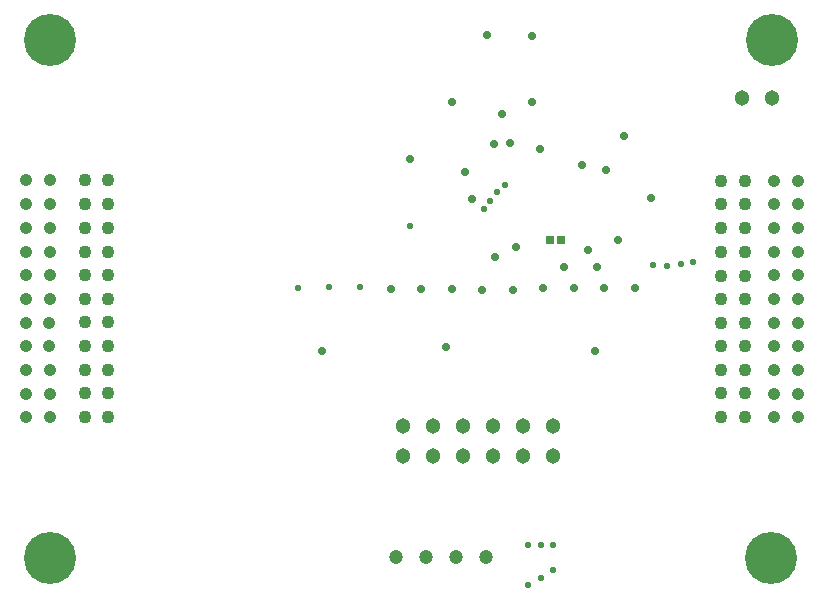
<source format=gbs>
G04*
G04 #@! TF.GenerationSoftware,Altium Limited,Altium Designer,19.1.7 (138)*
G04*
G04 Layer_Color=16711833*
%FSLAX25Y25*%
%MOIN*%
G70*
G01*
G75*
%ADD29C,0.04737*%
%ADD33C,0.04200*%
%ADD34C,0.17335*%
%ADD35C,0.05131*%
%ADD36C,0.04343*%
%ADD37C,0.03950*%
%ADD38C,0.02300*%
%ADD55R,0.03162X0.03162*%
%ADD56C,0.02800*%
D29*
X184300Y57200D02*
D03*
X194300D02*
D03*
X204300D02*
D03*
X214300D02*
D03*
D33*
X318000Y103700D02*
D03*
Y111600D02*
D03*
Y127400D02*
D03*
Y119500D02*
D03*
Y135300D02*
D03*
Y143200D02*
D03*
X318100Y159000D02*
D03*
Y151100D02*
D03*
X318000Y166900D02*
D03*
Y174800D02*
D03*
Y182500D02*
D03*
X310200D02*
D03*
Y174800D02*
D03*
Y166900D02*
D03*
X310300Y151100D02*
D03*
Y159000D02*
D03*
X310200Y143200D02*
D03*
Y135300D02*
D03*
Y119500D02*
D03*
Y127400D02*
D03*
Y111600D02*
D03*
Y103700D02*
D03*
X68700Y182719D02*
D03*
Y174819D02*
D03*
Y159019D02*
D03*
Y166919D02*
D03*
Y151119D02*
D03*
Y143219D02*
D03*
X68600Y127419D02*
D03*
Y135319D02*
D03*
X68700Y119519D02*
D03*
Y111619D02*
D03*
Y103919D02*
D03*
X60900D02*
D03*
Y111619D02*
D03*
Y119519D02*
D03*
X60800Y135319D02*
D03*
Y127419D02*
D03*
X60900Y143219D02*
D03*
Y151119D02*
D03*
Y166919D02*
D03*
Y159019D02*
D03*
Y174819D02*
D03*
Y182719D02*
D03*
D34*
X309300Y56900D02*
D03*
X68800Y57000D02*
D03*
X68700Y229400D02*
D03*
X309400D02*
D03*
D35*
Y210100D02*
D03*
X299400D02*
D03*
X236400Y100800D02*
D03*
Y90800D02*
D03*
X226400D02*
D03*
Y100800D02*
D03*
X216400D02*
D03*
Y90800D02*
D03*
X206400D02*
D03*
Y100800D02*
D03*
X196400D02*
D03*
Y90800D02*
D03*
X186400D02*
D03*
Y100800D02*
D03*
D36*
X300400Y103800D02*
D03*
X292500D02*
D03*
Y111700D02*
D03*
X300400D02*
D03*
Y119500D02*
D03*
X292500D02*
D03*
Y127500D02*
D03*
X300400D02*
D03*
Y135300D02*
D03*
X292500D02*
D03*
Y143200D02*
D03*
X300400D02*
D03*
Y151000D02*
D03*
X292500D02*
D03*
Y158900D02*
D03*
X300400D02*
D03*
Y166800D02*
D03*
X292500D02*
D03*
Y174700D02*
D03*
X300400D02*
D03*
Y182600D02*
D03*
X292500D02*
D03*
X88300Y103900D02*
D03*
X80400D02*
D03*
Y111800D02*
D03*
X88300D02*
D03*
Y119600D02*
D03*
X80400D02*
D03*
Y127600D02*
D03*
X88300D02*
D03*
Y135400D02*
D03*
X80400D02*
D03*
Y143300D02*
D03*
X88300D02*
D03*
Y151100D02*
D03*
X80400D02*
D03*
Y159000D02*
D03*
X88300D02*
D03*
Y166900D02*
D03*
X80400D02*
D03*
Y174800D02*
D03*
X88300D02*
D03*
Y182700D02*
D03*
X80400D02*
D03*
D37*
X184300Y57200D02*
D03*
D38*
X283300Y155500D02*
D03*
X232400Y61200D02*
D03*
X228200D02*
D03*
X236500D02*
D03*
X220400Y181100D02*
D03*
X217863Y178837D02*
D03*
X215595Y175706D02*
D03*
X213645Y173355D02*
D03*
X172000Y147200D02*
D03*
X161800Y147100D02*
D03*
X151400Y147000D02*
D03*
X188900Y167500D02*
D03*
X228200Y47800D02*
D03*
X232400Y50200D02*
D03*
X236400Y52800D02*
D03*
X269800Y154400D02*
D03*
X274600Y154300D02*
D03*
X279300Y154800D02*
D03*
D55*
X239200Y162900D02*
D03*
X235600D02*
D03*
D56*
X250400Y125900D02*
D03*
X200900Y127300D02*
D03*
X159600Y125900D02*
D03*
X246100Y188000D02*
D03*
X260000Y197600D02*
D03*
X232200Y193200D02*
D03*
X182400Y146400D02*
D03*
X223100Y146200D02*
D03*
X253500Y146700D02*
D03*
X263900Y146800D02*
D03*
X243500Y146700D02*
D03*
X233300D02*
D03*
X212700Y146200D02*
D03*
X202700Y146600D02*
D03*
X192500D02*
D03*
X214500Y231100D02*
D03*
X229500Y230900D02*
D03*
X209500Y176500D02*
D03*
X216900Y194700D02*
D03*
X222000Y195100D02*
D03*
X219500Y205000D02*
D03*
X229600Y208700D02*
D03*
X202800Y208800D02*
D03*
X217200Y157300D02*
D03*
X240200Y153800D02*
D03*
X251300Y154000D02*
D03*
X248100Y159500D02*
D03*
X207000Y185500D02*
D03*
X254300Y186100D02*
D03*
X269200Y177000D02*
D03*
X258200Y162800D02*
D03*
X224100Y160400D02*
D03*
X188700Y190000D02*
D03*
M02*

</source>
